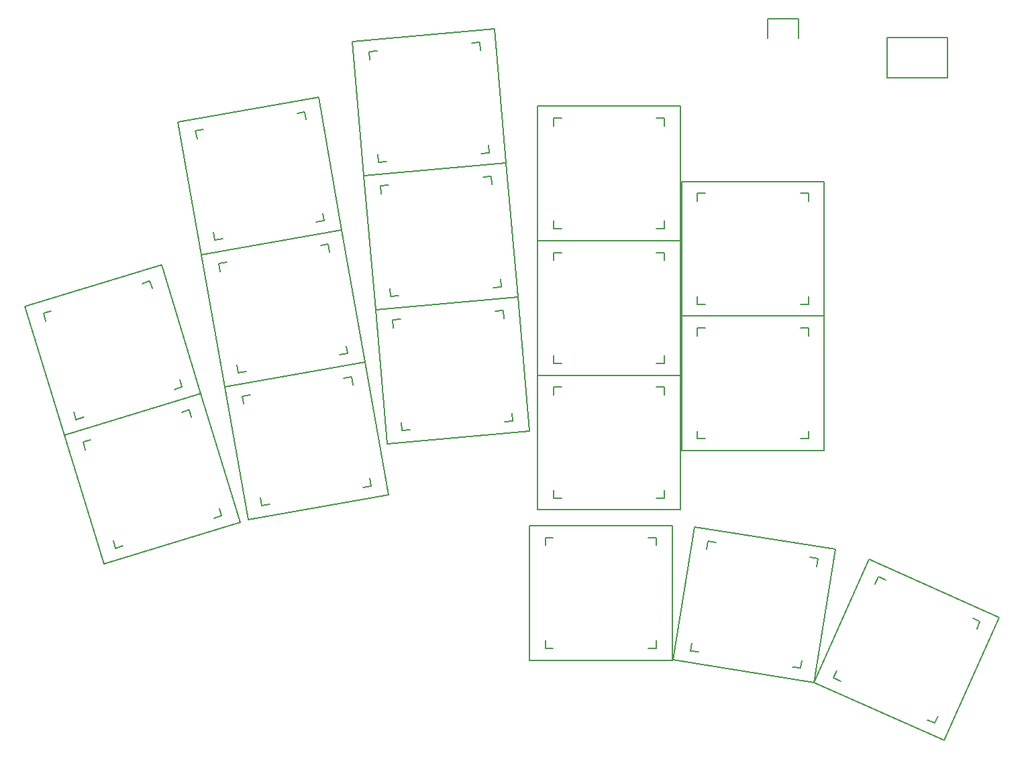
<source format=gbr>
%TF.GenerationSoftware,KiCad,Pcbnew,(6.0.4-0)*%
%TF.CreationDate,2022-07-25T11:59:58+02:00*%
%TF.ProjectId,battoota,62617474-6f6f-4746-912e-6b696361645f,v1.0.0*%
%TF.SameCoordinates,Original*%
%TF.FileFunction,OtherDrawing,Comment*%
%FSLAX46Y46*%
G04 Gerber Fmt 4.6, Leading zero omitted, Abs format (unit mm)*
G04 Created by KiCad (PCBNEW (6.0.4-0)) date 2022-07-25 11:59:58*
%MOMM*%
%LPD*%
G01*
G04 APERTURE LIST*
%ADD10C,0.150000*%
G04 APERTURE END LIST*
D10*
%TO.C,S11*%
X61047831Y111553098D02*
X78774369Y114678766D01*
X78511494Y98893302D02*
X79496302Y99066950D01*
X64262726Y110596832D02*
X63277918Y110423184D01*
X81726389Y97937035D02*
X63999851Y94811367D01*
X77065226Y112854258D02*
X77238875Y111869450D01*
X77065226Y112854258D02*
X76080419Y112680609D01*
X65708993Y96635875D02*
X66693801Y96809524D01*
X77065227Y112854259D02*
X77238875Y111869451D01*
X63451567Y109438375D02*
X63277919Y110423183D01*
X78774369Y114678766D02*
X81726389Y97937035D01*
X78774370Y114678766D02*
X81726389Y97937035D01*
X61047831Y111553099D02*
X78774370Y114678766D01*
X77065227Y112854259D02*
X76080419Y112680610D01*
X64262727Y110596830D02*
X63277919Y110423183D01*
X79322653Y100051758D02*
X79496302Y99066950D01*
X79322654Y100051757D02*
X79496302Y99066950D01*
X63999850Y94811368D02*
X61047831Y111553099D01*
X63451567Y109438376D02*
X63277918Y110423184D01*
X78511494Y98893302D02*
X79496302Y99066950D01*
X65708994Y96635875D02*
X66693801Y96809523D01*
X65708994Y96635875D02*
X65535345Y97620683D01*
X81726389Y97937035D02*
X63999850Y94811368D01*
X65708993Y96635875D02*
X65535345Y97620683D01*
X63999851Y94811367D02*
X61047831Y111553098D01*
%TO.C,S15*%
X87858371Y89530713D02*
X88854565Y89617869D01*
X87858370Y89530714D02*
X88854565Y89617870D01*
X100808901Y90663739D02*
X101805096Y90750894D01*
X102446570Y106366224D02*
X103928219Y89430914D01*
X86725346Y102481244D02*
X86638190Y103477439D01*
X102446571Y106366224D02*
X103928219Y89430914D01*
X87858371Y89530713D02*
X87771215Y90526909D01*
X84515067Y104797419D02*
X102446570Y106366224D01*
X87858370Y89530714D02*
X87771215Y90526909D01*
X100584916Y104697620D02*
X99588721Y104610464D01*
X85996715Y87862110D02*
X84515067Y104797420D01*
X87634385Y103564593D02*
X86638190Y103477439D01*
X101717940Y91747089D02*
X101805096Y90750894D01*
X100584915Y104697620D02*
X99588721Y104610463D01*
X85996716Y87862109D02*
X84515067Y104797419D01*
X100808901Y90663739D02*
X101805096Y90750894D01*
X103928219Y89430914D02*
X85996715Y87862110D01*
X84515067Y104797420D02*
X102446571Y106366224D01*
X86725346Y102481245D02*
X86638190Y103477440D01*
X103928219Y89430914D02*
X85996716Y87862109D01*
X100584915Y104697620D02*
X100672072Y103701424D01*
X101717940Y91747088D02*
X101805096Y90750894D01*
X87634385Y103564595D02*
X86638190Y103477440D01*
X100584916Y104697620D02*
X100672071Y103701425D01*
%TO.C,S21*%
X121424791Y81077254D02*
X122424791Y81077254D01*
X124424790Y96577254D02*
X124424791Y79577254D01*
X109424791Y95077254D02*
X108424791Y95077254D01*
X108424791Y94077253D02*
X108424791Y95077253D01*
X106424792Y79577253D02*
X106424791Y96577253D01*
X106424791Y96577254D02*
X124424791Y96577254D01*
X121424791Y81077254D02*
X122424791Y81077254D01*
X122424790Y95077254D02*
X121424791Y95077253D01*
X122424791Y82077254D02*
X122424791Y81077254D01*
X122424791Y95077254D02*
X121424791Y95077254D01*
X124424791Y79577254D02*
X106424792Y79577253D01*
X109424791Y95077252D02*
X108424791Y95077253D01*
X106424791Y79577254D02*
X106424791Y96577254D01*
X108424791Y94077254D02*
X108424791Y95077254D01*
X122424790Y95077254D02*
X122424791Y94077253D01*
X122424791Y95077254D02*
X122424791Y94077254D01*
X108424792Y81077253D02*
X109424791Y81077253D01*
X108424791Y81077254D02*
X108424791Y82077254D01*
X122424791Y82077253D02*
X122424791Y81077254D01*
X124424791Y96577254D02*
X124424791Y79577254D01*
X108424792Y81077253D02*
X108424791Y82077254D01*
X124424791Y79577254D02*
X106424791Y79577254D01*
X106424791Y96577253D02*
X124424790Y96577254D01*
X108424791Y81077254D02*
X109424791Y81077254D01*
%TO.C,T1*%
X139318406Y124601838D02*
X139318406Y122101838D01*
X135418406Y122101838D02*
X135418406Y124601838D01*
X135418406Y124601838D02*
X139318406Y124601838D01*
%TO.C,S31*%
X121400790Y59096254D02*
X120400791Y59096253D01*
X120400791Y45096254D02*
X121400791Y45096254D01*
X107400791Y58096253D02*
X107400791Y59096253D01*
X108400791Y59096252D02*
X107400791Y59096253D01*
X105400792Y43596253D02*
X105400791Y60596253D01*
X121400790Y59096254D02*
X121400791Y58096253D01*
X123400790Y60596254D02*
X123400791Y43596254D01*
X107400791Y58096254D02*
X107400791Y59096254D01*
X107400792Y45096253D02*
X108400791Y45096253D01*
X105400791Y43596254D02*
X105400791Y60596254D01*
X121400791Y46096254D02*
X121400791Y45096254D01*
X123400791Y43596254D02*
X105400791Y43596254D01*
X108400791Y59096254D02*
X107400791Y59096254D01*
X121400791Y59096254D02*
X121400791Y58096254D01*
X105400791Y60596254D02*
X123400791Y60596254D01*
X105400791Y60596253D02*
X123400790Y60596254D01*
X107400791Y45096254D02*
X107400791Y46096254D01*
X123400791Y60596254D02*
X123400791Y43596254D01*
X123400791Y43596254D02*
X105400792Y43596253D01*
X121400791Y59096254D02*
X120400791Y59096254D01*
X120400791Y45096254D02*
X121400791Y45096254D01*
X107400791Y45096254D02*
X108400791Y45096254D01*
X121400791Y46096253D02*
X121400791Y45096254D01*
X107400792Y45096253D02*
X107400791Y46096254D01*
%TO.C,T2*%
X139318406Y124601838D02*
X139318406Y122101838D01*
X135418406Y124601838D02*
X139318406Y124601838D01*
X135418406Y122101838D02*
X135418406Y124601838D01*
%TO.C,S29*%
X142599495Y87044491D02*
X124599496Y87044490D01*
X140599495Y89544490D02*
X140599495Y88544491D01*
X124599495Y104044491D02*
X142599495Y104044491D01*
X140599495Y102544491D02*
X139599495Y102544491D01*
X139599495Y88544491D02*
X140599495Y88544491D01*
X127599495Y102544491D02*
X126599495Y102544491D01*
X126599495Y101544491D02*
X126599495Y102544491D01*
X142599495Y104044491D02*
X142599495Y87044491D01*
X140599495Y102544491D02*
X140599495Y101544491D01*
X124599495Y87044491D02*
X124599495Y104044491D01*
X126599495Y88544491D02*
X127599495Y88544491D01*
X142599495Y87044491D02*
X124599495Y87044491D01*
X126599496Y88544490D02*
X127599495Y88544490D01*
X127599495Y102544489D02*
X126599495Y102544490D01*
X140599495Y89544491D02*
X140599495Y88544491D01*
X140599494Y102544491D02*
X139599495Y102544490D01*
X142599494Y104044491D02*
X142599495Y87044491D01*
X126599496Y88544490D02*
X126599495Y89544491D01*
X124599496Y87044490D02*
X124599495Y104044490D01*
X126599495Y88544491D02*
X126599495Y89544491D01*
X139599495Y88544491D02*
X140599495Y88544491D01*
X126599495Y101544490D02*
X126599495Y102544490D01*
X140599494Y102544491D02*
X140599495Y101544490D01*
X124599495Y104044490D02*
X142599494Y104044491D01*
%TO.C,S33*%
X149042660Y53226472D02*
X149449397Y54140018D01*
X150362943Y53733282D02*
X149449397Y54140019D01*
X141317888Y40793537D02*
X148232411Y56323810D01*
X157761707Y33472278D02*
X141317888Y40793537D01*
X162239033Y48445706D02*
X161325488Y48852441D01*
X157761707Y33472278D02*
X141317889Y40793536D01*
X148232411Y56323810D02*
X164676230Y49002551D01*
X143755085Y41350381D02*
X144668629Y40943645D01*
X162239033Y48445706D02*
X161832297Y47532159D01*
X149042661Y53226473D02*
X149449397Y54140019D01*
X164676229Y49002551D02*
X157761707Y33472278D01*
X150362942Y53733280D02*
X149449397Y54140018D01*
X141317889Y40793536D02*
X148232411Y56323809D01*
X155631175Y36062806D02*
X156544721Y35656069D01*
X143755084Y41350382D02*
X144668630Y40943646D01*
X162239034Y48445706D02*
X161832297Y47532160D01*
X156951457Y36569615D02*
X156544721Y35656069D01*
X148232411Y56323809D02*
X164676229Y49002551D01*
X162239034Y48445706D02*
X161325488Y48852442D01*
X156951457Y36569614D02*
X156544721Y35656069D01*
X164676230Y49002551D02*
X157761707Y33472278D01*
X143755084Y41350382D02*
X144161821Y42263928D01*
X143755085Y41350381D02*
X144161821Y42263928D01*
X155631175Y36062806D02*
X156544721Y35656069D01*
%TO.C,S7*%
X66951869Y78069634D02*
X84678407Y81195302D01*
X84678408Y81195302D02*
X87630427Y64453571D01*
X82969264Y79370794D02*
X81984457Y79197145D01*
X84415532Y65409838D02*
X85400340Y65583486D01*
X71613031Y63152411D02*
X72597839Y63326060D01*
X87630427Y64453571D02*
X69903888Y61327904D01*
X85226691Y66568294D02*
X85400340Y65583486D01*
X71613032Y63152411D02*
X71439383Y64137219D01*
X70166765Y77113366D02*
X69181957Y76939719D01*
X71613032Y63152411D02*
X72597839Y63326059D01*
X84415532Y65409838D02*
X85400340Y65583486D01*
X82969264Y79370794D02*
X83142913Y78385986D01*
X70166764Y77113368D02*
X69181956Y76939720D01*
X87630427Y64453571D02*
X69903889Y61327903D01*
X82969265Y79370795D02*
X81984457Y79197146D01*
X69355605Y75954912D02*
X69181956Y76939720D01*
X66951869Y78069635D02*
X84678408Y81195302D01*
X85226692Y66568293D02*
X85400340Y65583486D01*
X84678407Y81195302D02*
X87630427Y64453571D01*
X69355605Y75954911D02*
X69181957Y76939719D01*
X82969265Y79370795D02*
X83142913Y78385987D01*
X69903889Y61327903D02*
X66951869Y78069634D01*
X69903888Y61327904D02*
X66951869Y78069635D01*
X71613031Y63152411D02*
X71439383Y64137219D01*
%TO.C,S5*%
X41750357Y88227207D02*
X58963841Y93489898D01*
X58963841Y93489898D02*
X63934161Y77232718D01*
X61290623Y79038736D02*
X61582994Y78082432D01*
X48194728Y73989228D02*
X47902356Y74945533D01*
X58963842Y93489899D02*
X63934161Y77232718D01*
X60626689Y77790060D02*
X61582994Y78082432D01*
X57489790Y91470698D02*
X57782162Y90514393D01*
X44393896Y86421189D02*
X44101524Y87377493D01*
X48194729Y73989227D02*
X49151033Y74281599D01*
X63934161Y77232718D02*
X46720676Y71970027D01*
X61290623Y79038735D02*
X61582994Y78082432D01*
X44393895Y86421190D02*
X44101524Y87377494D01*
X48194729Y73989227D02*
X47902356Y74945533D01*
X57489789Y91470698D02*
X56533486Y91178326D01*
X41750357Y88227208D02*
X58963842Y93489899D01*
X46720676Y71970027D02*
X41750357Y88227208D01*
X63934161Y77232718D02*
X46720677Y71970027D01*
X45057829Y87669866D02*
X44101524Y87377494D01*
X57489790Y91470698D02*
X56533486Y91178327D01*
X60626689Y77790060D02*
X61582994Y78082432D01*
X57489789Y91470698D02*
X57782162Y90514393D01*
X48194728Y73989228D02*
X49151032Y74281599D01*
X45057829Y87669864D02*
X44101524Y87377493D01*
X46720677Y71970027D02*
X41750357Y88227207D01*
%TO.C,S27*%
X127599495Y85544491D02*
X126599495Y85544491D01*
X126599496Y71544490D02*
X127599495Y71544490D01*
X140599494Y85544491D02*
X140599495Y84544490D01*
X124599495Y70044491D02*
X124599495Y87044491D01*
X142599494Y87044491D02*
X142599495Y70044491D01*
X126599495Y71544491D02*
X127599495Y71544491D01*
X140599495Y85544491D02*
X139599495Y85544491D01*
X139599495Y71544491D02*
X140599495Y71544491D01*
X142599495Y70044491D02*
X124599495Y70044491D01*
X142599495Y87044491D02*
X142599495Y70044491D01*
X140599495Y85544491D02*
X140599495Y84544491D01*
X126599495Y71544491D02*
X126599495Y72544491D01*
X139599495Y71544491D02*
X140599495Y71544491D01*
X126599495Y84544490D02*
X126599495Y85544490D01*
X127599495Y85544489D02*
X126599495Y85544490D01*
X124599496Y70044490D02*
X124599495Y87044490D01*
X126599496Y71544490D02*
X126599495Y72544491D01*
X140599495Y72544491D02*
X140599495Y71544491D01*
X124599495Y87044490D02*
X142599494Y87044491D01*
X140599495Y72544490D02*
X140599495Y71544491D01*
X142599495Y70044491D02*
X124599496Y70044490D01*
X126599495Y84544491D02*
X126599495Y85544491D01*
X124599495Y87044491D02*
X142599495Y87044491D01*
X140599494Y85544491D02*
X139599495Y85544490D01*
%TO.C,S9*%
X81726389Y97937034D02*
X84678408Y81195303D01*
X80017245Y96112526D02*
X79032438Y95938877D01*
X66951869Y78069636D02*
X63999850Y94811367D01*
X66403586Y92696643D02*
X66229938Y93681451D01*
X82274672Y83310026D02*
X82448321Y82325218D01*
X63999850Y94811366D02*
X81726388Y97937034D01*
X66403586Y92696644D02*
X66229937Y93681452D01*
X80017246Y96112527D02*
X80190894Y95127719D01*
X84678408Y81195303D02*
X66951869Y78069636D01*
X67214745Y93855100D02*
X66229937Y93681452D01*
X63999850Y94811367D02*
X81726389Y97937034D01*
X68661013Y79894143D02*
X68487364Y80878951D01*
X84678408Y81195303D02*
X66951870Y78069635D01*
X67214746Y93855098D02*
X66229938Y93681451D01*
X81726388Y97937034D02*
X84678408Y81195303D01*
X66951870Y78069635D02*
X63999850Y94811366D01*
X81463513Y82151570D02*
X82448321Y82325218D01*
X80017245Y96112526D02*
X80190894Y95127718D01*
X68661012Y79894143D02*
X68487364Y80878951D01*
X68661012Y79894143D02*
X69645820Y80067792D01*
X82274673Y83310025D02*
X82448321Y82325218D01*
X81463513Y82151570D02*
X82448321Y82325218D01*
X80017246Y96112527D02*
X79032438Y95938878D01*
X68661013Y79894143D02*
X69645820Y80067791D01*
%TO.C,S13*%
X102066564Y87762310D02*
X101070369Y87675154D01*
X89340018Y72595404D02*
X89252863Y73591599D01*
X85996715Y87862109D02*
X103928218Y89430914D01*
X89340018Y72595404D02*
X90336213Y72682560D01*
X85996715Y87862110D02*
X103928219Y89430914D01*
X103928218Y89430914D02*
X105409867Y72495604D01*
X89116033Y86629283D02*
X88119838Y86542129D01*
X89116033Y86629285D02*
X88119838Y86542130D01*
X105409867Y72495604D02*
X87478364Y70926799D01*
X103199588Y74811779D02*
X103286744Y73815584D01*
X87478364Y70926799D02*
X85996715Y87862109D01*
X89340019Y72595403D02*
X90336213Y72682559D01*
X87478363Y70926800D02*
X85996715Y87862110D01*
X103928219Y89430914D02*
X105409867Y72495604D01*
X102066563Y87762310D02*
X102153720Y86766114D01*
X89340019Y72595403D02*
X89252863Y73591599D01*
X102066563Y87762310D02*
X101070369Y87675153D01*
X88206994Y85545935D02*
X88119838Y86542130D01*
X103199588Y74811778D02*
X103286744Y73815584D01*
X88206994Y85545934D02*
X88119838Y86542129D01*
X102290549Y73728429D02*
X103286744Y73815584D01*
X105409867Y72495604D02*
X87478363Y70926800D01*
X102290549Y73728429D02*
X103286744Y73815584D01*
X102066564Y87762310D02*
X102153719Y86766115D01*
%TO.C,S17*%
X99103269Y121632930D02*
X98107074Y121545774D01*
X83033420Y121732730D02*
X100964924Y123301534D01*
X100236293Y108682398D02*
X100323449Y107686204D01*
X99327254Y107599049D02*
X100323449Y107686204D01*
X99103268Y121632930D02*
X98107074Y121545773D01*
X99327254Y107599049D02*
X100323449Y107686204D01*
X86152738Y120499905D02*
X85156543Y120412750D01*
X100236293Y108682399D02*
X100323449Y107686204D01*
X83033420Y121732729D02*
X100964923Y123301534D01*
X100964924Y123301534D02*
X102446572Y106366224D01*
X86376723Y106466024D02*
X87372918Y106553180D01*
X102446572Y106366224D02*
X84515068Y104797420D01*
X86152738Y120499903D02*
X85156543Y120412749D01*
X99103268Y121632930D02*
X99190425Y120636734D01*
X86376723Y106466024D02*
X86289568Y107462219D01*
X86376724Y106466023D02*
X87372918Y106553179D01*
X84515069Y104797419D02*
X83033420Y121732729D01*
X86376724Y106466023D02*
X86289568Y107462219D01*
X85243699Y119416554D02*
X85156543Y120412749D01*
X100964923Y123301534D02*
X102446572Y106366224D01*
X84515068Y104797420D02*
X83033420Y121732730D01*
X102446572Y106366224D02*
X84515069Y104797419D01*
X85243699Y119416555D02*
X85156543Y120412750D01*
X99103269Y121632930D02*
X99190424Y120636735D01*
%TO.C,S31*%
X141767245Y56415576D02*
X140779557Y56572010D01*
X138589475Y42744374D02*
X139577163Y42587939D01*
X127783174Y57617969D02*
X127939609Y58605658D01*
X128927297Y58449222D02*
X127939609Y58605658D01*
X123539499Y43609357D02*
X126198884Y60400059D01*
X141767245Y56415576D02*
X141610811Y55427887D01*
X143977273Y57584240D02*
X141317888Y40793538D01*
X127783174Y57617970D02*
X127939609Y58605659D01*
X125749527Y44778021D02*
X126737215Y44621586D01*
X123539498Y43609358D02*
X126198884Y60400060D01*
X139733598Y43575628D02*
X139577163Y42587939D01*
X141317888Y40793538D02*
X123539498Y43609358D01*
X128927297Y58449224D02*
X127939609Y58605659D01*
X141767246Y56415576D02*
X141610811Y55427888D01*
X126198884Y60400060D02*
X143977274Y57584240D01*
X126198884Y60400059D02*
X143977273Y57584240D01*
X125749526Y44778022D02*
X125905961Y45765710D01*
X143977274Y57584240D02*
X141317888Y40793538D01*
X141317888Y40793538D02*
X123539499Y43609357D01*
X141767246Y56415576D02*
X140779557Y56572011D01*
X138589475Y42744374D02*
X139577163Y42587939D01*
X125749526Y44778022D02*
X126737215Y44621587D01*
X139733597Y43575627D02*
X139577163Y42587939D01*
X125749527Y44778021D02*
X125905961Y45765710D01*
%TO.C,MCU1*%
X150547213Y117096348D02*
X150547213Y122176348D01*
X150508690Y117096348D02*
X150508690Y122176348D01*
X158128690Y117096348D02*
X150508690Y117096348D01*
X150547213Y122176348D02*
X158167213Y122176348D01*
X158167213Y122176348D02*
X158167213Y117096348D01*
X158167213Y117096348D02*
X150547213Y117096348D01*
X158128690Y122176348D02*
X158128690Y117096348D01*
%TO.C,S3*%
X53165048Y57732046D02*
X54121352Y58024418D01*
X62460108Y75213517D02*
X61503805Y74921145D01*
X63934161Y77232718D02*
X68904480Y60975537D01*
X65597008Y61532879D02*
X66553313Y61825251D01*
X46720676Y71970027D02*
X63934161Y77232718D01*
X62460109Y75213517D02*
X61503805Y74921146D01*
X51690995Y55712846D02*
X46720676Y71970027D01*
X66260942Y62781554D02*
X66553313Y61825251D01*
X68904480Y60975537D02*
X51690995Y55712846D01*
X66260942Y62781555D02*
X66553313Y61825251D01*
X62460108Y75213517D02*
X62752481Y74257212D01*
X49364215Y70164008D02*
X49071843Y71120312D01*
X49364214Y70164009D02*
X49071843Y71120313D01*
X65597008Y61532879D02*
X66553313Y61825251D01*
X50028148Y71412685D02*
X49071843Y71120313D01*
X68904480Y60975537D02*
X51690996Y55712846D01*
X62460109Y75213517D02*
X62752481Y74257212D01*
X53165048Y57732046D02*
X52872675Y58688352D01*
X53165047Y57732047D02*
X54121351Y58024418D01*
X63934160Y77232717D02*
X68904480Y60975537D01*
X51690996Y55712846D02*
X46720676Y71970026D01*
X46720676Y71970026D02*
X63934160Y77232717D01*
X50028148Y71412683D02*
X49071843Y71120312D01*
X53165047Y57732047D02*
X52872675Y58688352D01*
%TO.C,S23*%
X121424791Y98077254D02*
X122424791Y98077254D01*
X122424791Y99077253D02*
X122424791Y98077254D01*
X106424791Y113577254D02*
X124424791Y113577254D01*
X122424791Y112077254D02*
X121424791Y112077254D01*
X124424791Y96577254D02*
X106424791Y96577254D01*
X124424790Y113577254D02*
X124424791Y96577254D01*
X106424791Y113577253D02*
X124424790Y113577254D01*
X108424791Y111077254D02*
X108424791Y112077254D01*
X106424791Y96577254D02*
X106424791Y113577254D01*
X124424791Y113577254D02*
X124424791Y96577254D01*
X122424791Y112077254D02*
X122424791Y111077254D01*
X122424791Y99077254D02*
X122424791Y98077254D01*
X108424791Y98077254D02*
X108424791Y99077254D01*
X108424791Y98077254D02*
X109424791Y98077254D01*
X106424792Y96577253D02*
X106424791Y113577253D01*
X109424791Y112077252D02*
X108424791Y112077253D01*
X109424791Y112077254D02*
X108424791Y112077254D01*
X108424792Y98077253D02*
X108424791Y99077254D01*
X121424791Y98077254D02*
X122424791Y98077254D01*
X122424790Y112077254D02*
X121424791Y112077253D01*
X122424790Y112077254D02*
X122424791Y111077253D01*
X108424792Y98077253D02*
X109424791Y98077253D01*
X108424791Y111077253D02*
X108424791Y112077253D01*
X124424791Y96577254D02*
X106424792Y96577253D01*
%TO.C,S19*%
X124424791Y62577254D02*
X106424792Y62577253D01*
X108424792Y64077253D02*
X108424791Y65077254D01*
X109424791Y78077254D02*
X108424791Y78077254D01*
X122424791Y78077254D02*
X121424791Y78077254D01*
X108424792Y64077253D02*
X109424791Y64077253D01*
X106424792Y62577253D02*
X106424791Y79577253D01*
X122424791Y65077254D02*
X122424791Y64077254D01*
X122424790Y78077254D02*
X122424791Y77077253D01*
X124424791Y62577254D02*
X106424791Y62577254D01*
X106424791Y62577254D02*
X106424791Y79577254D01*
X106424791Y79577253D02*
X124424790Y79577254D01*
X124424790Y79577254D02*
X124424791Y62577254D01*
X108424791Y64077254D02*
X108424791Y65077254D01*
X108424791Y64077254D02*
X109424791Y64077254D01*
X106424791Y79577254D02*
X124424791Y79577254D01*
X108424791Y77077253D02*
X108424791Y78077253D01*
X122424791Y65077253D02*
X122424791Y64077254D01*
X121424791Y64077254D02*
X122424791Y64077254D01*
X109424791Y78077252D02*
X108424791Y78077253D01*
X124424791Y79577254D02*
X124424791Y62577254D01*
X122424791Y78077254D02*
X122424791Y77077254D01*
X122424790Y78077254D02*
X121424791Y78077253D01*
X108424791Y77077254D02*
X108424791Y78077254D01*
X121424791Y64077254D02*
X122424791Y64077254D01*
%TD*%
M02*

</source>
